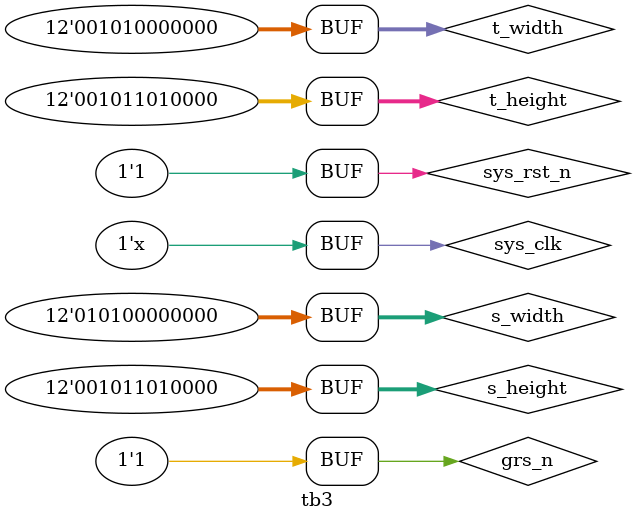
<source format=v>

`timescale 1 ps / 1 ps


module tb3
  #(
`include"F:/Project/WorkSpace/FPGA/Video_pro/Source/top/global.vh"
   )();

  parameter real CLKIN_FREQ  = 50.0;
  parameter PLL_REFCLK_IN_PERIOD = 1000000 / CLKIN_FREQ;

  reg sys_clk;//50Mhz
  reg sys_rst_n;
  initial
  begin
    #1 sys_clk = 1'b1;
    sys_rst_n = 1'b1;
  end
  // initial
  // begin

  //   //reset the bu_top
  //   #10000 sys_rst_n = 1'b0;
  //   #50000 sys_rst_n = 1'b1;
  //   $display("%t keyboard reset sequence finished!", $time);

  //   @ (posedge ddr_init_done);
  //   $display("%t ddr_init_complete is high now!", $time);
  //   // $stop;
  // end
  always #(PLL_REFCLK_IN_PERIOD / 2)  sys_clk = ~sys_clk;
  //pll
  wire pix_clk;
  wire cfg_clk;
  wire clk_25M;
  wire clk_145_5M;
  wire locked;

  pll u_pll_1 (
        .clkin1   (  sys_clk    ),//50MHz
        .clkout0  (  pix_clk    ),//74.25M 720P30
        .clkout1  (  cfg_clk    ),//10MHz
        .clkout2  (  clk_25M    ),//25M
        .clkout3  (  clk_145_5M    ),//25M
        .pll_lock (  locked     )
      );

  // color_bar u_color_bar_3(
  //             .clk   (pix_clk       ),
  //             .rst   (~locked       ),
  //             .hs    (              ),
  //             .vs    (Img1_vs       ),
  //             .de    (Img1_de       ),
  //             .rgb_r (color_bar_r   ),
  //             .rgb_g (color_bar_g   ),
  //             .rgb_b (color_bar_b   )
  //           );
  /**************************************************/
  wire [10:0] t_width_wr ;
  wire [10:0] t_height_wr;
  wire [10:0] t_width_rd ;
  wire [10:0] t_height_rd;
  wire [15:0] h_scale_k  ;
  wire [15:0] v_scale_k  ;

  wire Img_vs_i;
  wire Img_hs_i;
  wire Img_de_i;

  wire Img_vs_o;
  wire Img_hs_o;
  wire Img_de_o;

  wire Img_de_scale;
  wire [15:0] Img_data_scale;



  reg [15:0] Img_data_i;
  wire [15:0] Img_data_o;

  wire [7:0] color_bar_r;
  wire [7:0] color_bar_g;
  wire [7:0] color_bar_b;
  // wire Img1_de;
  wire Img1_vs_o;
  wire Img1_hs_o;
  wire Img1_de_o;
  wire [7:0] Img1_data_o;
  wire [11:0] s_width ;
  wire [11:0] s_height;
  wire [11:0] t_width ;
  wire [11:0] t_height;

  assign s_width  =   11'd1280;//11'd1280;
  assign s_height =   11'd720 ;//11'd720 ;
  assign t_width  =   11'd640;//11'd640 ;
  assign t_height =   11'd720;//11'd360 ;

  // assign Img_data_i = {color_bar_r[7:3],color_bar_g[7:2],color_bar_b[7:3]};
  always @(posedge pix_clk)
  begin
    if(Img_vs_i)
    begin
      Img_data_i <= 16'd0;
    end
    else
    begin
      if(Img_de_i)
      begin
        Img_data_i <= Img_data_i + 1'b1;
      end
      else 
        Img_data_i <= Img_data_i;
    end


  end



  color_bar
    #(
      .H_ACTIVE (16'd1280	),
      .H_FP 		(16'd110	),
      .H_SYNC 	(16'd40		),
      .H_BP 		(16'd220	),
      .V_ACTIVE	(16'd720	),
      .V_FP  		(16'd5		),
      .V_SYNC  	(16'd5		),
      .V_BP  		(16'd20		),
      .HS_POL 	(1'b1		),
      .VS_POL 	(1'b1		)
    ) u_color_bar_11
    (
      .clk   (pix_clk       ),
      .rst   (~locked       ),
      .hs    (Img_hs_i       ),
      .vs    (Img_vs_i       ),
      .de    (Img_de_i       ),
      .rgb_r (    ),
      .rgb_g (    ),
      .rgb_b (    )
    );

    sync_vg u_sync_vg(
      .clk            (  pix_clk              ),//input                   clk,
      .rstn           (  locked            ),//input                   rstn,
      .vs_out         (                    ),//output reg              vs_out,
      .hs_out         (                    ),//output reg              hs_out,
      .de_out         (                  ),//output reg              de_out,
      .de_re          (                   )
    );

  // color_bar
  //   #(
  //     .H_ACTIVE ( 16'd1920  ),
  //     .H_FP 		( 16'd88	  ),
  //     .H_SYNC 	( 16'd44	  ),
  //     .H_BP 		( 16'd148   ),
  //     .V_ACTIVE	( 16'd1080  ),
  //     .V_FP  		( 16'd4	    ),
  //     .V_SYNC  	( 16'd5	    ),
  //     .V_BP  		( 16'd36	  ),
  //     .HS_POL 	( 1'b1		  ),
  //     .VS_POL 	( 1'b1		  )
  //   ) u_color_bar_12
  //   (
  //     .clk   (clk_145_5M),//clk_145_5M       ),
  //     .rst   (~locked       ),
  //     .hs    (Img_hs_o       ),
  //     .vs    (Img_vs_o       ),
  //     .de    (Img_de_o       ),
  //     .rgb_r (color_bar_r),
  //     .rgb_g (color_bar_g),
  //     .rgb_b (color_bar_b)
  //   );



    // de_frame  u_de_frame (
    //   .rst_n          (locked    ),
    //   .video_clk_i    (clk_145_5M        ),
    //   .video_vs_i     (Img_vs_o            ),
    //   .video_de_i     (Img_de_o            ),
    //   .video_data_i   (Img_data_i   ),

    //   .video_clk_o    (    ),
    //   .video_vs_o     (    ),
    //   .video_de_o     (    ),
    //   .video_data_o   (    )
    // );
  // para_change  u_para_change (
  //                .clk_wr         (pix_clk         ),
  //                .clk_rd         (pix_clk),//clk_145_5M       ),//
  //                .change_en      (2'd0            ),
  //                .s_width        (s_width         ),//缩放前宽度
  //                .s_height       (s_height        ),//缩放前高度

  //                .t_width        (t_width       ),//缩放后宽度
  //                .t_height       (t_height      ),//缩放后高度
  //                .rst_n          (locked         ),
  //                .rd_vsync       (Img_vs_i       ),
  //                .wr_vsync       (Img_vs_i),//Img_vs_o       ),//

  //                .t_width_wr     (t_width_wr     ),
  //                .t_height_wr    (t_height_wr    ),
  //                .t_width_rd     (t_width_rd     ),
  //                .t_height_rd    (t_height_rd    ),
  //                .h_scale_k      (h_scale_k      ),
  //                .v_scale_k      (v_scale_k      )

  //                //  .change_en_wr   (change_en_wr   ),
  //                //  .change_en_rd   (change_en_rd   ),
  //                //  .app_addr_rd_max(app_addr_rd_max),
  //                //  .rd_bust_len    (rd_bust_len    ),
  //                //  .app_addr_wr_max(app_addr_wr_max),
  //                //  .wr_bust_len    (wr_bust_len    )
  //              );
  // scale_top  u_scale_top (
  //              .sys_rst_n      (locked          ),

  //              .pixel_clk      (pix_clk          ),
  //              .pixel_data     (Img_data_i         ),
  //              .hs             (Img_de_i           ),
  //              .vs             (Img_vs_i           ),
  //              .de             (Img_de_i           ),

  //              .sram_clk       (pix_clk),//clk_145_5M         ),//
  //              .sram_data_out  (Img_data_scale         ),
  //              .data_valid     (Img_de_scale           ),

  //              .s_width        (s_width            ),
  //              .s_height       (s_height           ),
  //              .t_width        (t_width            ),
  //              .t_height       (t_height           ),

  //              .h_scale_k      (h_scale_k          ),
  //              .v_scale_k      (v_scale_k          )


  //            );

  // processor  u_processor_inst (
  //              .rst_n      (locked         ),
  //              .mode       (8'd3           ),
  //              .img_clk_i  (pix_clk       ),
  //              .img_vs_i   (Img1_vs       ),
  //              .img_hs_i   (Img1_hs          ),
  //              .img_de_i   (Img1_de      ),
  //              .img_data_i ({color_bar_r[7:3],color_bar_g[7:2],color_bar_b[7:3]}),
  //              .img_vs_o   (Img1_vs_o      ),
  //              .img_de_o   (Img1_de_o      ),
  //              .img_data_o (Img1_data      )
  //            );



  // vip_gray_median_filter u_vip_gray_median_filter_r(
  //                          .clk    (pix_clk),
  //                          .rst_n  (locked),

  //                          //处理前图像数据
  //                          .pe_frame_vsync (Img1_vs),      // vsync信号
  //                          .pe_frame_href  (Img1_hs),       // href信号
  //                          .pe_frame_clken (Img1_de),      // data enable信号
  //                          .pe_img_y       (color_bar_r),

  //                          //处理后的图像数据
  //                          .pos_frame_vsync (Img1_vs_o    ),   // vsync信号
  //                          .pos_frame_href  (Img1_hs_o    ),   // href信号
  //                          .pos_frame_clken (Img1_de_o    ),   // data enable信号
  //                          .pos_img_y       (Img1_data_o  )    //中值滤波后的灰度数据
  //                        );

  // reg   key;
  // wire   ctrl;

  // initial
  // begin
  //   key = 8'd0;

  //   #200000 key = 8'd1;
  //   #200000 key = 8'd0;
  //   #200000 key = 8'd1;
  //   #200000 key = 8'd0;

  // end

  // btn_deb_fix
  //   #(.BTN_WIDTH(4'd1))
  //   u_btn_deb_fix
  //   (
  //     .clk            (pix_clk),  //12MHz
  //     .btn_in         (key),

  //     .btn_deb_fix    (ctrl)
  //   );

  /****************************************************/
  reg  grs_n;
  GTP_GRS GRS_INST(
            .GRS_N (grs_n)
          );
  initial
  begin
    grs_n = 1'b0;
    #5000 grs_n = 1'b1;
  end










  /****************************************************/
endmodule


</source>
